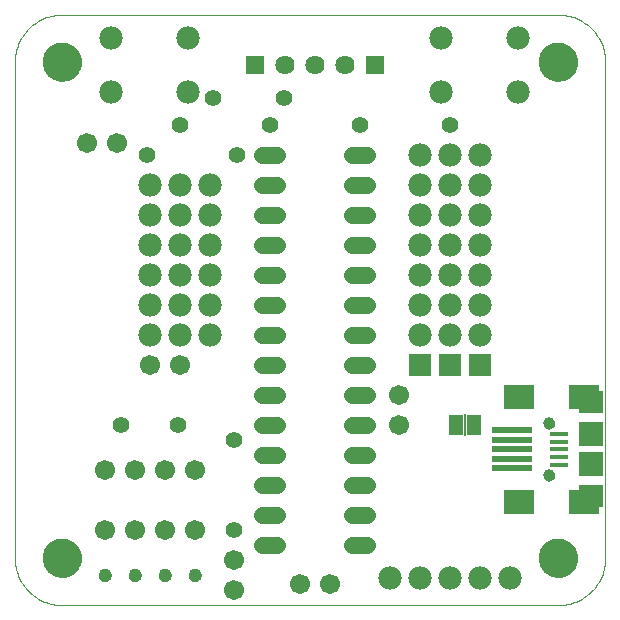
<source format=gbs>
G75*
G70*
%OFA0B0*%
%FSLAX24Y24*%
%IPPOS*%
%LPD*%
%AMOC8*
5,1,8,0,0,1.08239X$1,22.5*
%
%ADD10C,0.0000*%
%ADD11C,0.0434*%
%ADD12R,0.1024X0.0827*%
%ADD13R,0.1339X0.0237*%
%ADD14C,0.0394*%
%ADD15C,0.0780*%
%ADD16R,0.0780X0.0780*%
%ADD17C,0.0670*%
%ADD18C,0.1300*%
%ADD19R,0.0640X0.0640*%
%ADD20C,0.0640*%
%ADD21C,0.0555*%
%ADD22C,0.0555*%
%ADD23R,0.0591X0.0178*%
%ADD24R,0.0788X0.0749*%
%ADD25R,0.0788X0.0788*%
%ADD26R,0.0500X0.0670*%
%ADD27R,0.0060X0.0720*%
D10*
X004166Y003416D02*
X020701Y003416D01*
X020071Y004990D02*
X020073Y005040D01*
X020079Y005090D01*
X020089Y005139D01*
X020103Y005187D01*
X020120Y005234D01*
X020141Y005279D01*
X020166Y005323D01*
X020194Y005364D01*
X020226Y005403D01*
X020260Y005440D01*
X020297Y005474D01*
X020337Y005504D01*
X020379Y005531D01*
X020423Y005555D01*
X020469Y005576D01*
X020516Y005592D01*
X020564Y005605D01*
X020614Y005614D01*
X020663Y005619D01*
X020714Y005620D01*
X020764Y005617D01*
X020813Y005610D01*
X020862Y005599D01*
X020910Y005584D01*
X020956Y005566D01*
X021001Y005544D01*
X021044Y005518D01*
X021085Y005489D01*
X021124Y005457D01*
X021160Y005422D01*
X021192Y005384D01*
X021222Y005344D01*
X021249Y005301D01*
X021272Y005257D01*
X021291Y005211D01*
X021307Y005163D01*
X021319Y005114D01*
X021327Y005065D01*
X021331Y005015D01*
X021331Y004965D01*
X021327Y004915D01*
X021319Y004866D01*
X021307Y004817D01*
X021291Y004769D01*
X021272Y004723D01*
X021249Y004679D01*
X021222Y004636D01*
X021192Y004596D01*
X021160Y004558D01*
X021124Y004523D01*
X021085Y004491D01*
X021044Y004462D01*
X021001Y004436D01*
X020956Y004414D01*
X020910Y004396D01*
X020862Y004381D01*
X020813Y004370D01*
X020764Y004363D01*
X020714Y004360D01*
X020663Y004361D01*
X020614Y004366D01*
X020564Y004375D01*
X020516Y004388D01*
X020469Y004404D01*
X020423Y004425D01*
X020379Y004449D01*
X020337Y004476D01*
X020297Y004506D01*
X020260Y004540D01*
X020226Y004577D01*
X020194Y004616D01*
X020166Y004657D01*
X020141Y004701D01*
X020120Y004746D01*
X020103Y004793D01*
X020089Y004841D01*
X020079Y004890D01*
X020073Y004940D01*
X020071Y004990D01*
X020701Y003415D02*
X020778Y003417D01*
X020855Y003423D01*
X020932Y003432D01*
X021008Y003445D01*
X021084Y003462D01*
X021158Y003483D01*
X021232Y003507D01*
X021304Y003535D01*
X021374Y003566D01*
X021443Y003601D01*
X021511Y003639D01*
X021576Y003680D01*
X021639Y003725D01*
X021700Y003773D01*
X021759Y003823D01*
X021815Y003876D01*
X021868Y003932D01*
X021918Y003991D01*
X021966Y004052D01*
X022011Y004115D01*
X022052Y004180D01*
X022090Y004248D01*
X022125Y004317D01*
X022156Y004387D01*
X022184Y004459D01*
X022208Y004533D01*
X022229Y004607D01*
X022246Y004683D01*
X022259Y004759D01*
X022268Y004836D01*
X022274Y004913D01*
X022276Y004990D01*
X022276Y021526D01*
X020071Y021526D02*
X020073Y021576D01*
X020079Y021626D01*
X020089Y021675D01*
X020103Y021723D01*
X020120Y021770D01*
X020141Y021815D01*
X020166Y021859D01*
X020194Y021900D01*
X020226Y021939D01*
X020260Y021976D01*
X020297Y022010D01*
X020337Y022040D01*
X020379Y022067D01*
X020423Y022091D01*
X020469Y022112D01*
X020516Y022128D01*
X020564Y022141D01*
X020614Y022150D01*
X020663Y022155D01*
X020714Y022156D01*
X020764Y022153D01*
X020813Y022146D01*
X020862Y022135D01*
X020910Y022120D01*
X020956Y022102D01*
X021001Y022080D01*
X021044Y022054D01*
X021085Y022025D01*
X021124Y021993D01*
X021160Y021958D01*
X021192Y021920D01*
X021222Y021880D01*
X021249Y021837D01*
X021272Y021793D01*
X021291Y021747D01*
X021307Y021699D01*
X021319Y021650D01*
X021327Y021601D01*
X021331Y021551D01*
X021331Y021501D01*
X021327Y021451D01*
X021319Y021402D01*
X021307Y021353D01*
X021291Y021305D01*
X021272Y021259D01*
X021249Y021215D01*
X021222Y021172D01*
X021192Y021132D01*
X021160Y021094D01*
X021124Y021059D01*
X021085Y021027D01*
X021044Y020998D01*
X021001Y020972D01*
X020956Y020950D01*
X020910Y020932D01*
X020862Y020917D01*
X020813Y020906D01*
X020764Y020899D01*
X020714Y020896D01*
X020663Y020897D01*
X020614Y020902D01*
X020564Y020911D01*
X020516Y020924D01*
X020469Y020940D01*
X020423Y020961D01*
X020379Y020985D01*
X020337Y021012D01*
X020297Y021042D01*
X020260Y021076D01*
X020226Y021113D01*
X020194Y021152D01*
X020166Y021193D01*
X020141Y021237D01*
X020120Y021282D01*
X020103Y021329D01*
X020089Y021377D01*
X020079Y021426D01*
X020073Y021476D01*
X020071Y021526D01*
X020701Y023101D02*
X020778Y023099D01*
X020855Y023093D01*
X020932Y023084D01*
X021008Y023071D01*
X021084Y023054D01*
X021158Y023033D01*
X021232Y023009D01*
X021304Y022981D01*
X021374Y022950D01*
X021443Y022915D01*
X021511Y022877D01*
X021576Y022836D01*
X021639Y022791D01*
X021700Y022743D01*
X021759Y022693D01*
X021815Y022640D01*
X021868Y022584D01*
X021918Y022525D01*
X021966Y022464D01*
X022011Y022401D01*
X022052Y022336D01*
X022090Y022268D01*
X022125Y022199D01*
X022156Y022129D01*
X022184Y022057D01*
X022208Y021983D01*
X022229Y021909D01*
X022246Y021833D01*
X022259Y021757D01*
X022268Y021680D01*
X022274Y021603D01*
X022276Y021526D01*
X020701Y023101D02*
X004166Y023101D01*
X003536Y021526D02*
X003538Y021576D01*
X003544Y021626D01*
X003554Y021675D01*
X003568Y021723D01*
X003585Y021770D01*
X003606Y021815D01*
X003631Y021859D01*
X003659Y021900D01*
X003691Y021939D01*
X003725Y021976D01*
X003762Y022010D01*
X003802Y022040D01*
X003844Y022067D01*
X003888Y022091D01*
X003934Y022112D01*
X003981Y022128D01*
X004029Y022141D01*
X004079Y022150D01*
X004128Y022155D01*
X004179Y022156D01*
X004229Y022153D01*
X004278Y022146D01*
X004327Y022135D01*
X004375Y022120D01*
X004421Y022102D01*
X004466Y022080D01*
X004509Y022054D01*
X004550Y022025D01*
X004589Y021993D01*
X004625Y021958D01*
X004657Y021920D01*
X004687Y021880D01*
X004714Y021837D01*
X004737Y021793D01*
X004756Y021747D01*
X004772Y021699D01*
X004784Y021650D01*
X004792Y021601D01*
X004796Y021551D01*
X004796Y021501D01*
X004792Y021451D01*
X004784Y021402D01*
X004772Y021353D01*
X004756Y021305D01*
X004737Y021259D01*
X004714Y021215D01*
X004687Y021172D01*
X004657Y021132D01*
X004625Y021094D01*
X004589Y021059D01*
X004550Y021027D01*
X004509Y020998D01*
X004466Y020972D01*
X004421Y020950D01*
X004375Y020932D01*
X004327Y020917D01*
X004278Y020906D01*
X004229Y020899D01*
X004179Y020896D01*
X004128Y020897D01*
X004079Y020902D01*
X004029Y020911D01*
X003981Y020924D01*
X003934Y020940D01*
X003888Y020961D01*
X003844Y020985D01*
X003802Y021012D01*
X003762Y021042D01*
X003725Y021076D01*
X003691Y021113D01*
X003659Y021152D01*
X003631Y021193D01*
X003606Y021237D01*
X003585Y021282D01*
X003568Y021329D01*
X003554Y021377D01*
X003544Y021426D01*
X003538Y021476D01*
X003536Y021526D01*
X002591Y021526D02*
X002593Y021603D01*
X002599Y021680D01*
X002608Y021757D01*
X002621Y021833D01*
X002638Y021909D01*
X002659Y021983D01*
X002683Y022057D01*
X002711Y022129D01*
X002742Y022199D01*
X002777Y022268D01*
X002815Y022336D01*
X002856Y022401D01*
X002901Y022464D01*
X002949Y022525D01*
X002999Y022584D01*
X003052Y022640D01*
X003108Y022693D01*
X003167Y022743D01*
X003228Y022791D01*
X003291Y022836D01*
X003356Y022877D01*
X003424Y022915D01*
X003493Y022950D01*
X003563Y022981D01*
X003635Y023009D01*
X003709Y023033D01*
X003783Y023054D01*
X003859Y023071D01*
X003935Y023084D01*
X004012Y023093D01*
X004089Y023099D01*
X004166Y023101D01*
X002591Y021526D02*
X002591Y004990D01*
X003536Y004990D02*
X003538Y005040D01*
X003544Y005090D01*
X003554Y005139D01*
X003568Y005187D01*
X003585Y005234D01*
X003606Y005279D01*
X003631Y005323D01*
X003659Y005364D01*
X003691Y005403D01*
X003725Y005440D01*
X003762Y005474D01*
X003802Y005504D01*
X003844Y005531D01*
X003888Y005555D01*
X003934Y005576D01*
X003981Y005592D01*
X004029Y005605D01*
X004079Y005614D01*
X004128Y005619D01*
X004179Y005620D01*
X004229Y005617D01*
X004278Y005610D01*
X004327Y005599D01*
X004375Y005584D01*
X004421Y005566D01*
X004466Y005544D01*
X004509Y005518D01*
X004550Y005489D01*
X004589Y005457D01*
X004625Y005422D01*
X004657Y005384D01*
X004687Y005344D01*
X004714Y005301D01*
X004737Y005257D01*
X004756Y005211D01*
X004772Y005163D01*
X004784Y005114D01*
X004792Y005065D01*
X004796Y005015D01*
X004796Y004965D01*
X004792Y004915D01*
X004784Y004866D01*
X004772Y004817D01*
X004756Y004769D01*
X004737Y004723D01*
X004714Y004679D01*
X004687Y004636D01*
X004657Y004596D01*
X004625Y004558D01*
X004589Y004523D01*
X004550Y004491D01*
X004509Y004462D01*
X004466Y004436D01*
X004421Y004414D01*
X004375Y004396D01*
X004327Y004381D01*
X004278Y004370D01*
X004229Y004363D01*
X004179Y004360D01*
X004128Y004361D01*
X004079Y004366D01*
X004029Y004375D01*
X003981Y004388D01*
X003934Y004404D01*
X003888Y004425D01*
X003844Y004449D01*
X003802Y004476D01*
X003762Y004506D01*
X003725Y004540D01*
X003691Y004577D01*
X003659Y004616D01*
X003631Y004657D01*
X003606Y004701D01*
X003585Y004746D01*
X003568Y004793D01*
X003554Y004841D01*
X003544Y004890D01*
X003538Y004940D01*
X003536Y004990D01*
X002591Y004990D02*
X002593Y004913D01*
X002599Y004836D01*
X002608Y004759D01*
X002621Y004683D01*
X002638Y004607D01*
X002659Y004533D01*
X002683Y004459D01*
X002711Y004387D01*
X002742Y004317D01*
X002777Y004248D01*
X002815Y004180D01*
X002856Y004115D01*
X002901Y004052D01*
X002949Y003991D01*
X002999Y003932D01*
X003052Y003876D01*
X003108Y003823D01*
X003167Y003773D01*
X003228Y003725D01*
X003291Y003680D01*
X003356Y003639D01*
X003424Y003601D01*
X003493Y003566D01*
X003563Y003535D01*
X003635Y003507D01*
X003709Y003483D01*
X003783Y003462D01*
X003859Y003445D01*
X003935Y003432D01*
X004012Y003423D01*
X004089Y003417D01*
X004166Y003415D01*
X005394Y004416D02*
X005396Y004443D01*
X005402Y004470D01*
X005411Y004496D01*
X005424Y004520D01*
X005440Y004543D01*
X005459Y004562D01*
X005481Y004579D01*
X005505Y004593D01*
X005530Y004603D01*
X005557Y004610D01*
X005584Y004613D01*
X005612Y004612D01*
X005639Y004607D01*
X005665Y004599D01*
X005689Y004587D01*
X005712Y004571D01*
X005733Y004553D01*
X005750Y004532D01*
X005765Y004508D01*
X005776Y004483D01*
X005784Y004457D01*
X005788Y004430D01*
X005788Y004402D01*
X005784Y004375D01*
X005776Y004349D01*
X005765Y004324D01*
X005750Y004300D01*
X005733Y004279D01*
X005712Y004261D01*
X005690Y004245D01*
X005665Y004233D01*
X005639Y004225D01*
X005612Y004220D01*
X005584Y004219D01*
X005557Y004222D01*
X005530Y004229D01*
X005505Y004239D01*
X005481Y004253D01*
X005459Y004270D01*
X005440Y004289D01*
X005424Y004312D01*
X005411Y004336D01*
X005402Y004362D01*
X005396Y004389D01*
X005394Y004416D01*
X006394Y004416D02*
X006396Y004443D01*
X006402Y004470D01*
X006411Y004496D01*
X006424Y004520D01*
X006440Y004543D01*
X006459Y004562D01*
X006481Y004579D01*
X006505Y004593D01*
X006530Y004603D01*
X006557Y004610D01*
X006584Y004613D01*
X006612Y004612D01*
X006639Y004607D01*
X006665Y004599D01*
X006689Y004587D01*
X006712Y004571D01*
X006733Y004553D01*
X006750Y004532D01*
X006765Y004508D01*
X006776Y004483D01*
X006784Y004457D01*
X006788Y004430D01*
X006788Y004402D01*
X006784Y004375D01*
X006776Y004349D01*
X006765Y004324D01*
X006750Y004300D01*
X006733Y004279D01*
X006712Y004261D01*
X006690Y004245D01*
X006665Y004233D01*
X006639Y004225D01*
X006612Y004220D01*
X006584Y004219D01*
X006557Y004222D01*
X006530Y004229D01*
X006505Y004239D01*
X006481Y004253D01*
X006459Y004270D01*
X006440Y004289D01*
X006424Y004312D01*
X006411Y004336D01*
X006402Y004362D01*
X006396Y004389D01*
X006394Y004416D01*
X007394Y004416D02*
X007396Y004443D01*
X007402Y004470D01*
X007411Y004496D01*
X007424Y004520D01*
X007440Y004543D01*
X007459Y004562D01*
X007481Y004579D01*
X007505Y004593D01*
X007530Y004603D01*
X007557Y004610D01*
X007584Y004613D01*
X007612Y004612D01*
X007639Y004607D01*
X007665Y004599D01*
X007689Y004587D01*
X007712Y004571D01*
X007733Y004553D01*
X007750Y004532D01*
X007765Y004508D01*
X007776Y004483D01*
X007784Y004457D01*
X007788Y004430D01*
X007788Y004402D01*
X007784Y004375D01*
X007776Y004349D01*
X007765Y004324D01*
X007750Y004300D01*
X007733Y004279D01*
X007712Y004261D01*
X007690Y004245D01*
X007665Y004233D01*
X007639Y004225D01*
X007612Y004220D01*
X007584Y004219D01*
X007557Y004222D01*
X007530Y004229D01*
X007505Y004239D01*
X007481Y004253D01*
X007459Y004270D01*
X007440Y004289D01*
X007424Y004312D01*
X007411Y004336D01*
X007402Y004362D01*
X007396Y004389D01*
X007394Y004416D01*
X008394Y004416D02*
X008396Y004443D01*
X008402Y004470D01*
X008411Y004496D01*
X008424Y004520D01*
X008440Y004543D01*
X008459Y004562D01*
X008481Y004579D01*
X008505Y004593D01*
X008530Y004603D01*
X008557Y004610D01*
X008584Y004613D01*
X008612Y004612D01*
X008639Y004607D01*
X008665Y004599D01*
X008689Y004587D01*
X008712Y004571D01*
X008733Y004553D01*
X008750Y004532D01*
X008765Y004508D01*
X008776Y004483D01*
X008784Y004457D01*
X008788Y004430D01*
X008788Y004402D01*
X008784Y004375D01*
X008776Y004349D01*
X008765Y004324D01*
X008750Y004300D01*
X008733Y004279D01*
X008712Y004261D01*
X008690Y004245D01*
X008665Y004233D01*
X008639Y004225D01*
X008612Y004220D01*
X008584Y004219D01*
X008557Y004222D01*
X008530Y004229D01*
X008505Y004239D01*
X008481Y004253D01*
X008459Y004270D01*
X008440Y004289D01*
X008424Y004312D01*
X008411Y004336D01*
X008402Y004362D01*
X008396Y004389D01*
X008394Y004416D01*
X020214Y007749D02*
X020216Y007775D01*
X020222Y007801D01*
X020232Y007826D01*
X020245Y007849D01*
X020261Y007869D01*
X020281Y007887D01*
X020303Y007902D01*
X020326Y007914D01*
X020352Y007922D01*
X020378Y007926D01*
X020404Y007926D01*
X020430Y007922D01*
X020456Y007914D01*
X020480Y007902D01*
X020501Y007887D01*
X020521Y007869D01*
X020537Y007849D01*
X020550Y007826D01*
X020560Y007801D01*
X020566Y007775D01*
X020568Y007749D01*
X020566Y007723D01*
X020560Y007697D01*
X020550Y007672D01*
X020537Y007649D01*
X020521Y007629D01*
X020501Y007611D01*
X020479Y007596D01*
X020456Y007584D01*
X020430Y007576D01*
X020404Y007572D01*
X020378Y007572D01*
X020352Y007576D01*
X020326Y007584D01*
X020302Y007596D01*
X020281Y007611D01*
X020261Y007629D01*
X020245Y007649D01*
X020232Y007672D01*
X020222Y007697D01*
X020216Y007723D01*
X020214Y007749D01*
X020214Y009482D02*
X020216Y009508D01*
X020222Y009534D01*
X020232Y009559D01*
X020245Y009582D01*
X020261Y009602D01*
X020281Y009620D01*
X020303Y009635D01*
X020326Y009647D01*
X020352Y009655D01*
X020378Y009659D01*
X020404Y009659D01*
X020430Y009655D01*
X020456Y009647D01*
X020480Y009635D01*
X020501Y009620D01*
X020521Y009602D01*
X020537Y009582D01*
X020550Y009559D01*
X020560Y009534D01*
X020566Y009508D01*
X020568Y009482D01*
X020566Y009456D01*
X020560Y009430D01*
X020550Y009405D01*
X020537Y009382D01*
X020521Y009362D01*
X020501Y009344D01*
X020479Y009329D01*
X020456Y009317D01*
X020430Y009309D01*
X020404Y009305D01*
X020378Y009305D01*
X020352Y009309D01*
X020326Y009317D01*
X020302Y009329D01*
X020281Y009344D01*
X020261Y009362D01*
X020245Y009382D01*
X020232Y009405D01*
X020222Y009430D01*
X020216Y009456D01*
X020214Y009482D01*
D11*
X008591Y004416D03*
X007591Y004416D03*
X006591Y004416D03*
X005591Y004416D03*
D12*
X019407Y006864D03*
X021572Y006864D03*
X021572Y010368D03*
X019407Y010368D03*
D13*
X019170Y009246D03*
X019170Y008931D03*
X019170Y008616D03*
X019170Y008301D03*
X019170Y007986D03*
D14*
X020391Y007749D03*
X020391Y009482D03*
D15*
X018091Y012416D03*
X018091Y013416D03*
X018091Y014416D03*
X018091Y015416D03*
X018091Y016416D03*
X018091Y017416D03*
X018091Y018416D03*
X017091Y018416D03*
X016091Y018416D03*
X016091Y017416D03*
X017091Y017416D03*
X017091Y016416D03*
X017091Y015416D03*
X016091Y015416D03*
X016091Y016416D03*
X016091Y014416D03*
X017091Y014416D03*
X017091Y013416D03*
X016091Y013416D03*
X016091Y012416D03*
X017091Y012416D03*
X016811Y020526D03*
X016811Y022306D03*
X019371Y022306D03*
X019371Y020526D03*
X009091Y017416D03*
X008091Y017416D03*
X007091Y017416D03*
X007091Y016416D03*
X007091Y015416D03*
X008091Y015416D03*
X008091Y016416D03*
X009091Y016416D03*
X009091Y015416D03*
X009091Y014416D03*
X008091Y014416D03*
X007091Y014416D03*
X007091Y013416D03*
X008091Y013416D03*
X009091Y013416D03*
X009091Y012416D03*
X008091Y012416D03*
X007091Y012416D03*
X008371Y020526D03*
X008371Y022306D03*
X005811Y022306D03*
X005811Y020526D03*
X015091Y004316D03*
X016091Y004316D03*
X017091Y004316D03*
X018091Y004316D03*
X019091Y004316D03*
D16*
X018091Y011416D03*
X017091Y011416D03*
X016091Y011416D03*
D17*
X015391Y010416D03*
X015391Y009416D03*
X013091Y004116D03*
X012091Y004116D03*
X009891Y003916D03*
X009891Y004916D03*
X008591Y005916D03*
X007591Y005916D03*
X006591Y005916D03*
X005591Y005916D03*
X005591Y007916D03*
X006591Y007916D03*
X007591Y007916D03*
X008591Y007916D03*
X008091Y011416D03*
X007091Y011416D03*
X005991Y018816D03*
X004991Y018816D03*
D18*
X004166Y021526D03*
X004166Y004990D03*
X020701Y004990D03*
X020701Y021526D03*
D19*
X014591Y021416D03*
X010591Y021416D03*
D20*
X011591Y021416D03*
X012591Y021416D03*
X013591Y021416D03*
D21*
X013833Y018416D02*
X014348Y018416D01*
X014348Y017416D02*
X013833Y017416D01*
X013833Y016416D02*
X014348Y016416D01*
X014348Y015416D02*
X013833Y015416D01*
X013833Y014416D02*
X014348Y014416D01*
X014348Y013416D02*
X013833Y013416D01*
X013833Y012416D02*
X014348Y012416D01*
X014348Y011416D02*
X013833Y011416D01*
X013833Y010416D02*
X014348Y010416D01*
X014348Y009416D02*
X013833Y009416D01*
X013833Y008416D02*
X014348Y008416D01*
X014348Y007416D02*
X013833Y007416D01*
X013833Y006416D02*
X014348Y006416D01*
X014348Y005416D02*
X013833Y005416D01*
X011348Y005416D02*
X010833Y005416D01*
X010833Y006416D02*
X011348Y006416D01*
X011348Y007416D02*
X010833Y007416D01*
X010833Y008416D02*
X011348Y008416D01*
X011348Y009416D02*
X010833Y009416D01*
X010833Y010416D02*
X011348Y010416D01*
X011348Y011416D02*
X010833Y011416D01*
X010833Y012416D02*
X011348Y012416D01*
X011348Y013416D02*
X010833Y013416D01*
X010833Y014416D02*
X011348Y014416D01*
X011348Y015416D02*
X010833Y015416D01*
X010833Y016416D02*
X011348Y016416D01*
X011348Y017416D02*
X010833Y017416D01*
X010833Y018416D02*
X011348Y018416D01*
D22*
X011091Y019416D03*
X011572Y020316D03*
X009991Y018416D03*
X009210Y020316D03*
X008091Y019416D03*
X006991Y018416D03*
X014091Y019416D03*
X017091Y019416D03*
X008041Y009416D03*
X009891Y008916D03*
X009891Y005916D03*
X006141Y009416D03*
D23*
X020748Y009127D03*
X020748Y008872D03*
X020748Y008616D03*
X020748Y008360D03*
X020748Y008104D03*
D24*
X021791Y007041D03*
X021791Y010190D03*
D25*
X021791Y009116D03*
X021791Y008116D03*
D26*
X017891Y009416D03*
X017291Y009416D03*
D27*
X017591Y009416D03*
M02*

</source>
